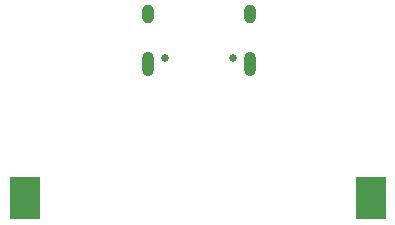
<source format=gbr>
%TF.GenerationSoftware,KiCad,Pcbnew,8.0.8*%
%TF.CreationDate,2025-05-27T20:59:17+01:00*%
%TF.ProjectId,Watch,57617463-682e-46b6-9963-61645f706362,rev?*%
%TF.SameCoordinates,Original*%
%TF.FileFunction,Soldermask,Bot*%
%TF.FilePolarity,Negative*%
%FSLAX46Y46*%
G04 Gerber Fmt 4.6, Leading zero omitted, Abs format (unit mm)*
G04 Created by KiCad (PCBNEW 8.0.8) date 2025-05-27 20:59:17*
%MOMM*%
%LPD*%
G01*
G04 APERTURE LIST*
%ADD10O,1.000000X1.600000*%
%ADD11O,1.000000X2.100000*%
%ADD12C,0.650000*%
%ADD13R,2.600000X3.600000*%
G04 APERTURE END LIST*
D10*
%TO.C,J1*%
X173180000Y-81925000D03*
D11*
X173180000Y-86105000D03*
D10*
X181820000Y-81925000D03*
D11*
X181820000Y-86105000D03*
D12*
X174610000Y-85605000D03*
X180390000Y-85605000D03*
%TD*%
D13*
%TO.C,BT1*%
X162750000Y-97500000D03*
X192050000Y-97500000D03*
%TD*%
M02*

</source>
